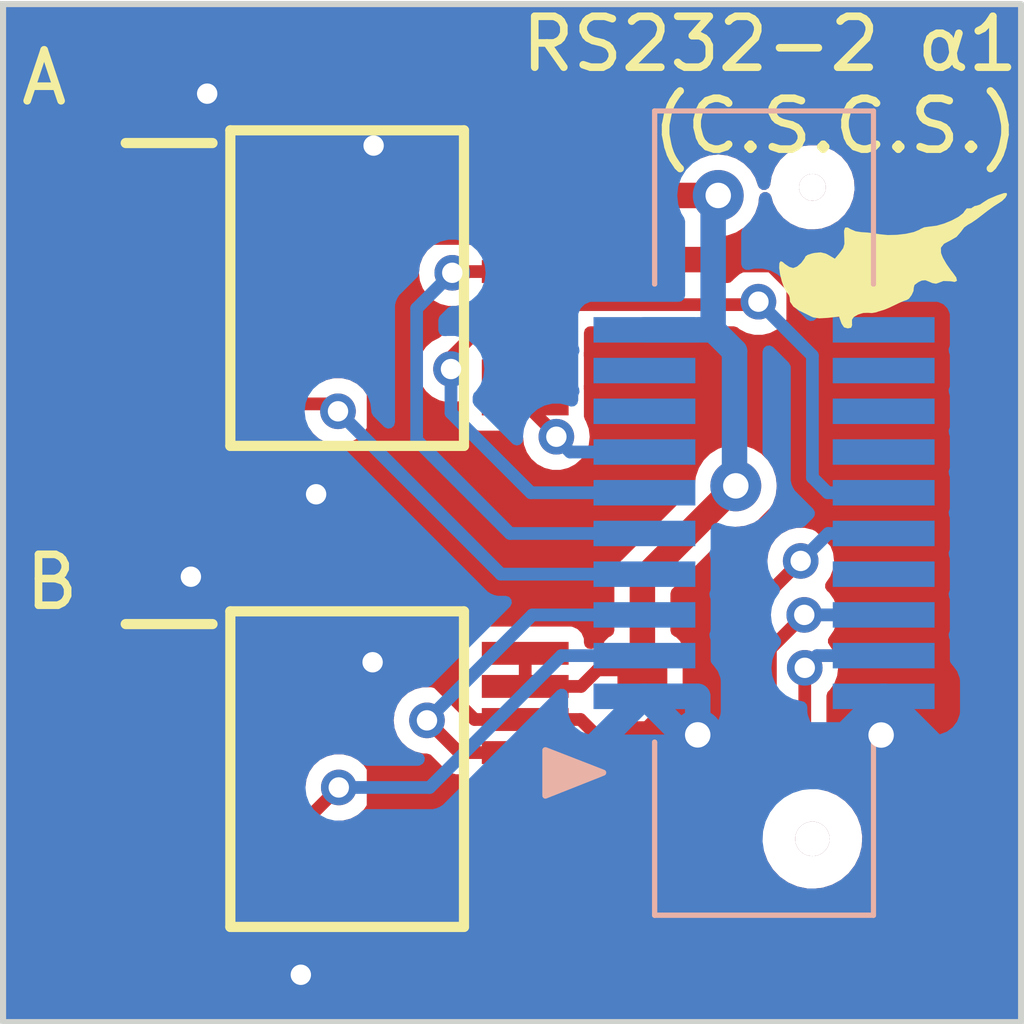
<source format=kicad_pcb>
(kicad_pcb (version 20221018) (generator pcbnew)
  (layers (0 "F.Cu" signal) (31 "B.Cu" signal) (34 "B.Paste" user) (35 "F.Paste" user) (36 "B.SilkS" user "B.Silkscreen") (37 "F.SilkS" user "F.Silkscreen") (38 "B.Mask" user) (39 "F.Mask" user) (44 "Edge.Cuts" user))
  (net 0 "")
  (net 8 "GND")
  (net 9 "/UART_A_TTL_TX")
  (net 10 "/UART_A_TTL_RX")
  (net 11 "/VCC3")
  (net 12 "/UART_B_TTL_TX")
  (net 13 "/UART_B_TTL_RX")
  (net 14 "Net-(IC1-C1+)")
  (net 15 "Net-(IC1-C1-)")
  (net 16 "Net-(IC1-C2+)")
  (net 17 "Net-(IC1-C2-)")
  (net 18 "Net-(IC1-V+)")
  (net 19 "Net-(IC1-V-)")
  (net 20 "Net-(IC2-C1+)")
  (net 21 "Net-(IC2-C1-)")
  (net 22 "Net-(IC2-V+)")
  (net 23 "Net-(IC2-C2+)")
  (net 24 "Net-(IC2-C2-)")
  (net 25 "Net-(IC2-V-)")
  (net 26 "/RS232_B_RX")
  (net 27 "/RS232_B_TX")
  (net 28 "/RS232_A_RX")
  (net 29 "/RS232_A_TX")
  (net 30 "/UART_A_FORCEON")
  (net 31 "/UART_B_FORCEON")
  (footprint "SamacSys_Parts:CAPC1608X95N" (layer "F.Cu") (at 108.34 97.86 180)
    (fp_text reference "C9" hide)
    (fp_text value "C0603C104K5RAC3121" hide)
    (pad "1" smd rect (at -0.7 0 180) (size 0.78 0.98) (layers "F.Cu" "F.Paste" "F.Mask") (net 8 "GND"))
    (pad "2" smd rect (at 0.7 0 180) (size 0.78 0.98) (layers "F.Cu" "F.Paste" "F.Mask") (net 25 "Net-(IC2-V-)"))
  )
  (footprint "SamacSys_Parts:CAPC1608X95N" (layer "F.Cu") (at 105.83 82.54 90)
    (fp_text reference "C1" hide)
    (fp_text value "C0603C104K5RAC3121" hide)
    (pad "1" smd rect (at -0.7 0 90) (size 0.78 0.98) (layers "F.Cu" "F.Paste" "F.Mask") (net 15 "Net-(IC1-C1-)"))
    (pad "2" smd rect (at 0.7 0 90) (size 0.78 0.98) (layers "F.Cu" "F.Paste" "F.Mask") (net 14 "Net-(IC1-C1+)"))
  )
  (footprint "SamacSys_Parts:CAPC1608X95N" (layer "F.Cu") (at 111.51 89.75 180)
    (fp_text reference "C7" hide)
    (fp_text value "C0603C104K5RAC3121" hide)
    (pad "1" smd rect (at -0.7 0 180) (size 0.78 0.98) (layers "F.Cu" "F.Paste" "F.Mask") (net 8 "GND"))
    (pad "2" smd rect (at 0.7 0 180) (size 0.78 0.98) (layers "F.Cu" "F.Paste" "F.Mask") (net 22 "Net-(IC2-V+)"))
  )
  (footprint "SamacSys_Parts:CAPC1608X95N" (layer "F.Cu") (at 117.5 92.56 90)
    (fp_text reference "C5" hide)
    (fp_text value "C0603C104K5RAC3121" hide)
    (pad "1" smd rect (at -0.7 0 90) (size 0.78 0.98) (layers "F.Cu" "F.Paste" "F.Mask") (net 8 "GND"))
    (pad "2" smd rect (at 0.7 0 90) (size 0.78 0.98) (layers "F.Cu" "F.Paste" "F.Mask") (net 11 "/VCC3"))
  )
  (footprint "SamacSys_Parts:CAPC1608X95N" (layer "F.Cu") (at 108.34 88.42 180)
    (fp_text reference "C4" hide)
    (fp_text value "C0603C104K5RAC3121" hide)
    (pad "1" smd rect (at -0.7 0 180) (size 0.78 0.98) (layers "F.Cu" "F.Paste" "F.Mask") (net 8 "GND"))
    (pad "2" smd rect (at 0.7 0 180) (size 0.78 0.98) (layers "F.Cu" "F.Paste" "F.Mask") (net 19 "Net-(IC1-V-)"))
  )
  (footprint "LOGO" (layer "F.Cu") (at 122.29 83.78)
    (fp_text reference "G***" hide)
    (fp_text value "LOGO" hide)
    (fp_poly (pts (xy 2.373641 -1.25332) (xy 2.342544 -1.196766) (xy 2.279721 -1.133868) (xy 2.220315 -1.093932) (xy 2.120051 -1.030433) (xy 1.993567 -0.940068) (xy 1.887705 -0.857909) (xy 1.773981 -0.770632) (xy 1.671585 -0.700684) (xy 1.606116 -0.66483) (xy 1.530948 -0.610315) (xy 1.467872 -0.525313) (xy 1.382157 -0.426473) (xy 1.264019 -0.357905) (xy 1.135218 -0.290681) (xy 1.074882 -0.212398) (xy 1.077337 -0.11017) (xy 1.113772 -0.016643) (xy 1.184765 0.107018) (xy 1.275058 0.234652) (xy 1.300581 0.265823) (xy 1.375563 0.369894) (xy 1.390812 0.435282) (xy 1.346847 0.459454) (xy 1.26363 0.445796) (xy 1.124534 0.440656) (xy 1.060821 0.464541) (xy 0.980069 0.494157) (xy 0.90382 0.481247) (xy 0.855214 0.459127) (xy 0.769204 0.425206) (xy 0.698437 0.432157) (xy 0.633377 0.461946) (xy 0.556168 0.519088) (xy 0.541758 0.572042) (xy 0.536694 0.636055) (xy 0.499055 0.718343) (xy 0.446628 0.78838) (xy 0.399734 0.815767) (xy 0.348481 0.831359) (xy 0.255167 0.871533) (xy 0.176475 0.90947) (xy 0.06221 0.963766) (xy -0.031819 1.003042) (xy -0.069932 1.01514) (xy -0.156832 1.040488) (xy -0.19529 1.055422) (xy -0.281961 1.070641) (xy -0.356214 1.065498) (xy -0.449548 1.068234) (xy -0.551666 1.099161) (xy -0.634943 1.146627) (xy -0.671715 1.198556) (xy -0.67192 1.272698) (xy -0.669384 1.307081) (xy -0.688056 1.358469) (xy -0.754188 1.371971) (xy -0.829068 1.351309) (xy -0.87798 1.27755) (xy -0.88605 1.255912) (xy -0.926508 1.139854) (xy -1.149602 1.165094) (xy -1.315325 1.174208) (xy -1.432488 1.155827) (xy -1.474304 1.138462) (xy -1.57706 1.087002) (xy -1.696782 1.028331) (xy -1.714185 1.019919) (xy -1.824771 0.943148) (xy -1.889453 0.849754) (xy -1.896749 0.764338) (xy -1.912751 0.716002) (xy -1.959832 0.653097) (xy -2.006998 0.572208) (xy -2.051029 0.448656) (xy -2.08542 0.309356) (xy -2.103665 0.181223) (xy -2.09926 0.091169) (xy -2.097167 0.084883) (xy -2.074124 0.050854) (xy -2.035448 0.065584) (xy -1.989708 0.105687) (xy -1.90448 0.163091) (xy -1.826506 0.185402) (xy -1.752004 0.156323) (xy -1.669188 0.085054) (xy -1.603289 -0.004456) (xy -1.586487 -0.042438) (xy -1.54524 -0.072072) (xy -1.456544 -0.101189) (xy -1.412331 -0.110641) (xy -1.286895 -0.122684) (xy -1.187828 -0.09894) (xy -1.130387 -0.068916) (xy -1.009692 0.002296) (xy -0.90874 -0.117678) (xy -0.845986 -0.20498) (xy -0.821145 -0.288904) (xy -0.823987 -0.405957) (xy -0.824981 -0.416578) (xy -0.829233 -0.545566) (xy -0.807783 -0.608763) (xy -0.756483 -0.61134) (xy -0.69634 -0.576892) (xy -0.601908 -0.536896) (xy -0.486213 -0.519173) (xy -0.480603 -0.519124) (xy -0.368329 -0.512082) (xy -0.222845 -0.493996) (xy -0.127321 -0.478148) (xy 0.031039 -0.462762) (xy 0.210653 -0.466936) (xy 0.389134 -0.487793) (xy 0.544096 -0.522457) (xy 0.653152 -0.568054) (xy 0.670365 -0.580607) (xy 0.7463 -0.614662) (xy 0.851857 -0.630261) (xy 0.860508 -0.630365) (xy 0.990445 -0.646789) (xy 1.140249 -0.690143) (xy 1.29025 -0.751546) (xy 1.420779 -0.822116) (xy 1.512167 -0.892974) (xy 1.542396 -0.938236) (xy 1.582102 -0.986371) (xy 1.615155 -0.986929) (xy 1.673355 -0.989244) (xy 1.688154 -1.002787) (xy 1.740341 -1.034367) (xy 1.769853 -1.038248) (xy 1.842471 -1.061805) (xy 1.899027 -1.101046) (xy 2.004025 -1.168128) (xy 2.172508 -1.239844) (xy 2.311988 -1.28701) (xy 2.365846 -1.288434)) (fill solid) (layer "F.SilkS"))
  )
  (footprint "SamacSys_Parts:CAPC1608X95N" (layer "F.Cu") (at 111.51 80.28 180)
    (fp_text reference "C3" hide)
    (fp_text value "C0603C104K5RAC3121" hide)
    (pad "1" smd rect (at -0.7 0 180) (size 0.78 0.98) (layers "F.Cu" "F.Paste" "F.Mask") (net 8 "GND"))
    (pad "2" smd rect (at 0.7 0 180) (size 0.78 0.98) (layers "F.Cu" "F.Paste" "F.Mask") (net 18 "Net-(IC1-V+)"))
  )
  (footprint "SamacSys_Parts:CAPC1608X95N" (layer "F.Cu") (at 117.67 83.1 90)
    (fp_text reference "C10" hide)
    (fp_text value "C0603C104K5RAC3121" hide)
    (pad "1" smd rect (at -0.7 0 90) (size 0.78 0.98) (layers "F.Cu" "F.Paste" "F.Mask") (net 8 "GND"))
    (pad "2" smd rect (at 0.7 0 90) (size 0.78 0.98) (layers "F.Cu" "F.Paste" "F.Mask") (net 11 "/VCC3"))
  )
  (footprint "SamacSys_Parts:SOP65P778X199-16N" (layer "F.Cu") (at 111.7 93.81)
    (fp_text reference "IC2" hide)
    (fp_text value "MAX3221EAE+" hide)
    (fp_line (start -4.35 -2.85) (end -2.645 -2.85) (stroke (width 0.2)) (layer "F.SilkS"))
    (fp_line (start -2.295 -3.1) (end 2.295 -3.1) (stroke (width 0.2)) (layer "F.SilkS"))
    (fp_line (start -2.295 3.1) (end -2.295 -3.1) (stroke (width 0.2)) (layer "F.SilkS"))
    (fp_line (start 2.295 -3.1) (end 2.295 3.1) (stroke (width 0.2)) (layer "F.SilkS"))
    (fp_line (start 2.295 3.1) (end -2.295 3.1) (stroke (width 0.2)) (layer "F.SilkS"))
    (pad "1" smd rect (at -3.498 -2.275 90) (size 0.45 1.705) (layers "F.Cu" "F.Paste" "F.Mask") (net 8 "GND"))
    (pad "2" smd rect (at -3.498 -1.625 90) (size 0.45 1.705) (layers "F.Cu" "F.Paste" "F.Mask") (net 20 "Net-(IC2-C1+)"))
    (pad "3" smd rect (at -3.498 -0.975 90) (size 0.45 1.705) (layers "F.Cu" "F.Paste" "F.Mask") (net 22 "Net-(IC2-V+)"))
    (pad "4" smd rect (at -3.498 -0.325 90) (size 0.45 1.705) (layers "F.Cu" "F.Paste" "F.Mask") (net 21 "Net-(IC2-C1-)"))
    (pad "5" smd rect (at -3.498 0.325 90) (size 0.45 1.705) (layers "F.Cu" "F.Paste" "F.Mask") (net 23 "Net-(IC2-C2+)"))
    (pad "6" smd rect (at -3.498 0.975 90) (size 0.45 1.705) (layers "F.Cu" "F.Paste" "F.Mask") (net 24 "Net-(IC2-C2-)"))
    (pad "7" smd rect (at -3.498 1.625 90) (size 0.45 1.705) (layers "F.Cu" "F.Paste" "F.Mask") (net 25 "Net-(IC2-V-)"))
    (pad "8" smd rect (at -3.498 2.275 90) (size 0.45 1.705) (layers "F.Cu" "F.Paste" "F.Mask") (net 26 "/RS232_B_RX"))
    (pad "9" smd rect (at 3.498 2.275 90) (size 0.45 1.705) (layers "F.Cu" "F.Paste" "F.Mask") (net 13 "/UART_B_TTL_RX"))
    (pad "10" smd rect (at 3.498 1.625 90) (size 0.45 1.705) (layers "F.Cu" "F.Paste" "F.Mask"))
    (pad "11" smd rect (at 3.498 0.975 90) (size 0.45 1.705) (layers "F.Cu" "F.Paste" "F.Mask") (net 12 "/UART_B_TTL_TX"))
    (pad "12" smd rect (at 3.498 0.325 90) (size 0.45 1.705) (layers "F.Cu" "F.Paste" "F.Mask") (net 31 "/UART_B_FORCEON"))
    (pad "13" smd rect (at 3.498 -0.325 90) (size 0.45 1.705) (layers "F.Cu" "F.Paste" "F.Mask") (net 27 "/RS232_B_TX"))
    (pad "14" smd rect (at 3.498 -0.975 90) (size 0.45 1.705) (layers "F.Cu" "F.Paste" "F.Mask") (net 8 "GND"))
    (pad "15" smd rect (at 3.498 -1.625 90) (size 0.45 1.705) (layers "F.Cu" "F.Paste" "F.Mask") (net 11 "/VCC3"))
    (pad "16" smd rect (at 3.498 -2.275 90) (size 0.45 1.705) (layers "F.Cu" "F.Paste" "F.Mask") (net 11 "/VCC3"))
  )
  (footprint "SamacSys_Parts:CAPC1608X95N" (layer "F.Cu") (at 105.83 92.09 90)
    (fp_text reference "C6" hide)
    (fp_text value "C0603C104K5RAC3121" hide)
    (pad "1" smd rect (at -0.7 0 90) (size 0.78 0.98) (layers "F.Cu" "F.Paste" "F.Mask") (net 21 "Net-(IC2-C1-)"))
    (pad "2" smd rect (at 0.7 0 90) (size 0.78 0.98) (layers "F.Cu" "F.Paste" "F.Mask") (net 20 "Net-(IC2-C1+)"))
  )
  (footprint "SamacSys_Parts:CAPC1608X95N" (layer "F.Cu") (at 105.83 85.12 90)
    (fp_text reference "C2" hide)
    (fp_text value "C0603C104K5RAC3121" hide)
    (pad "1" smd rect (at -0.7 0 90) (size 0.78 0.98) (layers "F.Cu" "F.Paste" "F.Mask") (net 17 "Net-(IC1-C2-)"))
    (pad "2" smd rect (at 0.7 0 90) (size 0.78 0.98) (layers "F.Cu" "F.Paste" "F.Mask") (net 16 "Net-(IC1-C2+)"))
  )
  (footprint "SamacSys_Parts:CAPC1608X95N" (layer "F.Cu") (at 105.83 94.57 90)
    (fp_text reference "C8" hide)
    (fp_text value "C0603C104K5RAC3121" hide)
    (pad "1" smd rect (at -0.7 0 90) (size 0.78 0.98) (layers "F.Cu" "F.Paste" "F.Mask") (net 24 "Net-(IC2-C2-)"))
    (pad "2" smd rect (at 0.7 0 90) (size 0.78 0.98) (layers "F.Cu" "F.Paste" "F.Mask") (net 23 "Net-(IC2-C2+)"))
  )
  (footprint "SamacSys_Parts:SOP65P778X199-16N" (layer "F.Cu") (at 111.7 84.36)
    (fp_text reference "IC1" hide)
    (fp_text value "MAX3221EAE+" hide)
    (fp_line (start -4.35 -2.85) (end -2.645 -2.85) (stroke (width 0.2)) (layer "F.SilkS"))
    (fp_line (start -2.295 -3.1) (end 2.295 -3.1) (stroke (width 0.2)) (layer "F.SilkS"))
    (fp_line (start -2.295 3.1) (end -2.295 -3.1) (stroke (width 0.2)) (layer "F.SilkS"))
    (fp_line (start 2.295 -3.1) (end 2.295 3.1) (stroke (width 0.2)) (layer "F.SilkS"))
    (fp_line (start 2.295 3.1) (end -2.295 3.1) (stroke (width 0.2)) (layer "F.SilkS"))
    (pad "1" smd rect (at -3.498 -2.275 90) (size 0.45 1.705) (layers "F.Cu" "F.Paste" "F.Mask") (net 8 "GND"))
    (pad "2" smd rect (at -3.498 -1.625 90) (size 0.45 1.705) (layers "F.Cu" "F.Paste" "F.Mask") (net 14 "Net-(IC1-C1+)"))
    (pad "3" smd rect (at -3.498 -0.975 90) (size 0.45 1.705) (layers "F.Cu" "F.Paste" "F.Mask") (net 18 "Net-(IC1-V+)"))
    (pad "4" smd rect (at -3.498 -0.325 90) (size 0.45 1.705) (layers "F.Cu" "F.Paste" "F.Mask") (net 15 "Net-(IC1-C1-)"))
    (pad "5" smd rect (at -3.498 0.325 90) (size 0.45 1.705) (layers "F.Cu" "F.Paste" "F.Mask") (net 16 "Net-(IC1-C2+)"))
    (pad "6" smd rect (at -3.498 0.975 90) (size 0.45 1.705) (layers "F.Cu" "F.Paste" "F.Mask") (net 17 "Net-(IC1-C2-)"))
    (pad "7" smd rect (at -3.498 1.625 90) (size 0.45 1.705) (layers "F.Cu" "F.Paste" "F.Mask") (net 19 "Net-(IC1-V-)"))
    (pad "8" smd rect (at -3.498 2.275 90) (size 0.45 1.705) (layers "F.Cu" "F.Paste" "F.Mask") (net 28 "/RS232_A_RX"))
    (pad "9" smd rect (at 3.498 2.275 90) (size 0.45 1.705) (layers "F.Cu" "F.Paste" "F.Mask") (net 10 "/UART_A_TTL_RX"))
    (pad "10" smd rect (at 3.498 1.625 90) (size 0.45 1.705) (layers "F.Cu" "F.Paste" "F.Mask"))
    (pad "11" smd rect (at 3.498 0.975 90) (size 0.45 1.705) (layers "F.Cu" "F.Paste" "F.Mask") (net 9 "/UART_A_TTL_TX"))
    (pad "12" smd rect (at 3.498 0.325 90) (size 0.45 1.705) (layers "F.Cu" "F.Paste" "F.Mask") (net 30 "/UART_A_FORCEON"))
    (pad "13" smd rect (at 3.498 -0.325 90) (size 0.45 1.705) (layers "F.Cu" "F.Paste" "F.Mask") (net 29 "/RS232_A_TX"))
    (pad "14" smd rect (at 3.498 -0.975 90) (size 0.45 1.705) (layers "F.Cu" "F.Paste" "F.Mask") (net 8 "GND"))
    (pad "15" smd rect (at 3.498 -1.625 90) (size 0.45 1.705) (layers "F.Cu" "F.Paste" "F.Mask") (net 11 "/VCC3"))
    (pad "16" smd rect (at 3.498 -2.275 90) (size 0.45 1.705) (layers "F.Cu" "F.Paste" "F.Mask") (net 11 "/VCC3"))
  )
  (footprint "USIB2:IF_2020_20_MODULE_FX6" (layer "B.Cu") (at 114.94 88.78 -90)
    (fp_text reference "H1" hide)
    (fp_text value "IF_2020_20_MODULE_FX6" hide)
    (fp_line (start -7.9 -7.1) (end -7.9 -7.1) (stroke (width 0.1)) (layer "B.SilkS"))
    (fp_line (start -7.9 -7.1) (end -7.9 -7.1) (stroke (width 0.1)) (layer "B.SilkS"))
    (fp_line (start -7.9 -7.1) (end -7.9 -2.8) (stroke (width 0.1)) (layer "B.SilkS"))
    (fp_line (start -7.9 -7.1) (end -4.5 -7.1) (stroke (width 0.1)) (layer "B.SilkS"))
    (fp_line (start -7.9 -2.8) (end -7.9 -7.1) (stroke (width 0.1)) (layer "B.SilkS"))
    (fp_line (start -7.9 -2.8) (end -7.9 -2.8) (stroke (width 0.1)) (layer "B.SilkS"))
    (fp_line (start -7.9 -2.8) (end -7.9 -2.8) (stroke (width 0.1)) (layer "B.SilkS"))
    (fp_line (start -7.9 -2.8) (end -4.5 -2.8) (stroke (width 0.1)) (layer "B.SilkS"))
    (fp_line (start -4.5 -7.1) (end -7.9 -7.1) (stroke (width 0.1)) (layer "B.SilkS"))
    (fp_line (start -4.5 -7.1) (end -4.5 -7.1) (stroke (width 0.1)) (layer "B.SilkS"))
    (fp_line (start -4.5 -2.8) (end -7.9 -2.8) (stroke (width 0.1)) (layer "B.SilkS"))
    (fp_line (start -4.5 -2.8) (end -4.5 -2.8) (stroke (width 0.1)) (layer "B.SilkS"))
    (fp_line (start 4.5 -7.1) (end 4.5 -7.1) (stroke (width 0.1)) (layer "B.SilkS"))
    (fp_line (start 4.5 -7.1) (end 7.9 -7.1) (stroke (width 0.1)) (layer "B.SilkS"))
    (fp_line (start 4.5 -2.8) (end 4.5 -2.8) (stroke (width 0.1)) (layer "B.SilkS"))
    (fp_line (start 4.5 -2.8) (end 7.9 -2.8) (stroke (width 0.1)) (layer "B.SilkS"))
    (fp_line (start 7.9 -7.1) (end 4.5 -7.1) (stroke (width 0.1)) (layer "B.SilkS"))
    (fp_line (start 7.9 -7.1) (end 7.9 -7.1) (stroke (width 0.1)) (layer "B.SilkS"))
    (fp_line (start 7.9 -7.1) (end 7.9 -7.1) (stroke (width 0.1)) (layer "B.SilkS"))
    (fp_line (start 7.9 -7.1) (end 7.9 -2.8) (stroke (width 0.1)) (layer "B.SilkS"))
    (fp_line (start 7.9 -2.8) (end 4.5 -2.8) (stroke (width 0.1)) (layer "B.SilkS"))
    (fp_line (start 7.9 -2.8) (end 7.9 -7.1) (stroke (width 0.1)) (layer "B.SilkS"))
    (fp_line (start 7.9 -2.8) (end 7.9 -2.8) (stroke (width 0.1)) (layer "B.SilkS"))
    (fp_line (start 7.9 -2.8) (end 7.9 -2.8) (stroke (width 0.1)) (layer "B.SilkS"))
    (fp_poly (pts (xy 4.658029 -0.654) (xy 5.55 -0.654) (xy 5.1 -1.79)) (stroke (width 0.12)) (fill solid) (layer "B.SilkS"))
    (fp_rect (start -10 10) (end 10 -10) (stroke (width 0.12)) (fill none) (layer "Edge.Cuts"))
    (pad "1" smd rect (at 3.6 -2.6 270) (size 0.5 2) (layers "B.Cu" "B.Paste" "B.Mask") (net 8 "GND"))
    (pad "2" smd rect (at 2.8 -2.6 270) (size 0.5 2) (layers "B.Cu" "B.Paste" "B.Mask") (net 26 "/RS232_B_RX"))
    (pad "3" smd rect (at 2 -2.6 270) (size 0.5 2) (layers "B.Cu" "B.Paste" "B.Mask") (net 27 "/RS232_B_TX"))
    (pad "4" smd rect (at 1.2 -2.6 270) (size 0.5 2) (layers "B.Cu" "B.Paste" "B.Mask") (net 28 "/RS232_A_RX"))
    (pad "5" smd rect (at 0.4 -2.6 270) (size 0.5 2) (layers "B.Cu" "B.Paste" "B.Mask") (net 29 "/RS232_A_TX"))
    (pad "6" smd rect (at -0.4 -2.6 270) (size 0.5 2) (layers "B.Cu" "B.Paste" "B.Mask") (net 9 "/UART_A_TTL_TX"))
    (pad "7" smd rect (at -1.2 -2.6 270) (size 0.5 2) (layers "B.Cu" "B.Paste" "B.Mask") (net 10 "/UART_A_TTL_RX"))
    (pad "8" smd rect (at -2 -2.6 270) (size 0.5 2) (layers "B.Cu" "B.Paste" "B.Mask"))
    (pad "9" smd rect (at -2.8 -2.6 270) (size 0.5 2) (layers "B.Cu" "B.Paste" "B.Mask"))
    (pad "10" smd rect (at -3.6 -2.6 270) (size 0.5 2) (layers "B.Cu" "B.Paste" "B.Mask") (net 11 "/VCC3"))
    (pad "11" smd rect (at -3.6 -7.3 270) (size 0.5 2) (layers "B.Cu" "B.Paste" "B.Mask"))
    (pad "12" smd rect (at -2.8 -7.3 270) (size 0.5 2) (layers "B.Cu" "B.Paste" "B.Mask"))
    (pad "13" smd rect (at -2 -7.3 270) (size 0.5 2) (layers "B.Cu" "B.Paste" "B.Mask"))
    (pad "14" smd rect (at -1.2 -7.3 270) (size 0.5 2) (layers "B.Cu" "B.Paste" "B.Mask"))
    (pad "15" smd rect (at -0.4 -7.3 270) (size 0.5 2) (layers "B.Cu" "B.Paste" "B.Mask") (net 30 "/UART_A_FORCEON"))
    (pad "16" smd rect (at 0.4 -7.3 270) (size 0.5 2) (layers "B.Cu" "B.Paste" "B.Mask") (net 31 "/UART_B_FORCEON"))
    (pad "17" smd rect (at 1.2 -7.3 270) (size 0.5 2) (layers "B.Cu" "B.Paste" "B.Mask"))
    (pad "18" smd rect (at 2 -7.3 270) (size 0.5 2) (layers "B.Cu" "B.Paste" "B.Mask") (net 12 "/UART_B_TTL_TX"))
    (pad "19" smd rect (at 2.8 -7.3 270) (size 0.5 2) (layers "B.Cu" "B.Paste" "B.Mask") (net 13 "/UART_B_TTL_RX"))
    (pad "20" smd rect (at 3.6 -7.3 270) (size 0.5 2) (layers "B.Cu" "B.Paste" "B.Mask") (net 8 "GND"))
    (pad "MH1" thru_hole circle (at 6.4 -5.9 180) (size 0.675 0.675) (drill 1.35) (layers "*.Cu" "*.Mask" "B.SilkS"))
    (pad "MH2" thru_hole circle (at -6.4 -5.9 180) (size 0.525 0.525) (drill 1.05) (layers "*.Cu" "*.Mask" "B.SilkS"))
  )
  (gr_text "A" (at 105.22 80.81) (layer "F.SilkS") (effects (font (size 1 1)) (justify left bottom)))
  (gr_text "B" (at 105.3 90.72) (layer "F.SilkS") (effects (font (size 1 1)) (justify left bottom)))
  (gr_text "RS232-2 α1\n(C.S.C.S.)" (at 124.96 81.76) (layer "F.SilkS") (effects (font (size 1 1)) (justify right bottom)))
  (segment (start 110.79 97.85) (end 110.8 97.86) (width 0.25) (layer "F.Cu") (net 8))
  (segment (start 111.09 88.41) (end 109.05 88.42) (width 0.25) (layer "F.Cu") (net 8))
  (segment (start 118.46398 93.26) (end 117.5 93.26) (width 0.5) (layer "F.Cu") (net 8))
  (segment (start 116.425 83.385) (end 115.898 83.385) (width 0.25) (layer "F.Cu") (net 8))
  (segment (start 118.58699 93.13699) (end 118.58699 90.45301) (width 0.5) (layer "F.Cu") (net 8))
  (segment (start 112.21 83.4) (end 112.21 87.305) (width 0.25) (layer "F.Cu") (net 8))
  (segment (start 110.78 97.86) (end 110.79 97.85) (width 0.25) (layer "F.Cu") (net 8))
  (segment (start 112.21 87.305) (end 111.095 88.42) (width 0.25) (layer "F.Cu") (net 8))
  (segment (start 112.21 83.57) (end 112.23 83.59) (width 0.25) (layer "F.Cu") (net 8))
  (segment (start 110.83 97.86) (end 112.21 96.48) (width 0.25) (layer "F.Cu") (net 8))
  (segment (start 108.95 80.55) (end 108.2 81.3) (width 0.25) (layer "F.Cu") (net 8))
  (segment (start 115.198 92.835) (end 114.205 92.835) (width 0.25) (layer "F.Cu") (net 8))
  (segment (start 120.5795 84.295552) (end 120.083948 83.8) (width 0.5) (layer "F.Cu") (net 8))
  (segment (start 118.58699 93.13699) (end 118.46398 93.26) (width 0.5) (layer "F.Cu") (net 8))
  (segment (start 112.21 79.89) (end 111.73 79.41) (width 0.25) (layer "F.Cu") (net 8))
  (segment (start 108.2 81.3) (end 108.2 82.083) (width 0.25) (layer "F.Cu") (net 8))
  (segment (start 112.21 91.72) (end 112.2 91.71) (width 0.25) (layer "F.Cu") (net 8))
  (segment (start 117.5 93.26) (end 116.71 93.26) (width 0.25) (layer "F.Cu") (net 8))
  (segment (start 108.202 90.508) (end 108.63 90.08) (width 0.25) (layer "F.Cu") (net 8))
  (segment (start 108.96 80.54) (end 108.95 80.54) (width 0.25) (layer "F.Cu") (net 8))
  (segment (start 120.5795 88.4605) (end 120.5795 84.295552) (width 0.5) (layer "F.Cu") (net 8))
  (segment (start 116.84 83.8) (end 116.425 83.385) (width 0.25) (layer "F.Cu") (net 8))
  (segment (start 108.63 90.08) (end 108.63 90.03) (width 0.25) (layer "F.Cu") (net 8))
  (segment (start 115.198 83.385) (end 112.435 83.385) (width 0.25) (layer "F.Cu") (net 8))
  (segment (start 109.04 89.67) (end 109.04 88.42) (width 0.25) (layer "F.Cu") (net 8))
  (segment (start 108.68 90.03) (end 109.04 89.67) (width 0.25) (layer "F.Cu") (net 8))
  (segment (start 108.2 82.083) (end 108.202 82.085) (width 0.25) (layer "F.Cu") (net 8))
  (segment (start 109.04 97.86) (end 110.78 97.86) (width 0.25) (layer "F.Cu") (net 8))
  (segment (start 114.205 92.835) (end 112.21 90.84) (width 0.25) (layer "F.Cu") (net 8))
  (segment (start 112.21 90.84) (end 112.21 89.75) (width 0.25) (layer "F.Cu") (net 8))
  (segment (start 112.21 89.75) (end 112.21 87.305) (width 0.25) (layer "F.Cu") (net 8))
  (segment (start 108.95 80.54) (end 108.95 80.55) (width 0.25) (layer "F.Cu") (net 8))
  (segment (start 122.19 90.071) (end 120.5795 88.4605) (width 0.5) (layer "F.Cu") (net 8))
  (segment (start 118.58699 90.45301) (end 120.5795 88.4605) (width 0.5) (layer "F.Cu") (net 8))
  (segment (start 112.21 80.28) (end 112.21 81.55) (width 0.25) (layer "F.Cu") (net 8))
  (segment (start 112.21 81.55) (end 112.22 81.56) (width 0.25) (layer "F.Cu") (net 8))
  (segment (start 112.2 91.71) (end 112.21 91.7) (width 0.25) (layer "F.Cu") (net 8))
  (segment (start 117.67 83.8) (end 116.84 83.8) (width 0.25) (layer "F.Cu") (net 8))
  (segment (start 112.21 81.57) (end 112.21 83.57) (width 0.25) (layer "F.Cu") (net 8))
  (segment (start 112.22 81.56) (end 112.21 81.57) (width 0.25) (layer "F.Cu") (net 8))
  (segment (start 110.8 97.86) (end 110.83 97.86) (width 0.25) (layer "F.Cu") (net 8))
  (segment (start 108.63 90.03) (end 108.68 90.03) (width 0.25) (layer "F.Cu") (net 8))
  (segment (start 122.19 93.14) (end 122.19 90.071) (width 0.5) (layer "F.Cu") (net 8))
  (segment (start 110.09 79.41) (end 108.96 80.54) (width 0.25) (layer "F.Cu") (net 8))
  (segment (start 120.083948 83.8) (end 117.67 83.8) (width 0.5) (layer "F.Cu") (net 8))
  (segment (start 112.435 83.385) (end 112.23 83.59) (width 0.25) (layer "F.Cu") (net 8))
  (segment (start 116.285 92.835) (end 115.198 92.835) (width 0.25) (layer "F.Cu") (net 8))
  (segment (start 112.21 96.48) (end 112.21 91.72) (width 0.25) (layer "F.Cu") (net 8))
  (segment (start 116.71 93.26) (end 116.285 92.835) (width 0.25) (layer "F.Cu") (net 8))
  (segment (start 111.73 79.41) (end 110.09 79.41) (width 0.25) (layer "F.Cu") (net 8))
  (segment (start 112.21 91.7) (end 112.21 90.84) (width 0.25) (layer "F.Cu") (net 8))
  (segment (start 112.21 90.7) (end 112.21 91.06) (width 0.25) (layer "F.Cu") (net 8))
  (segment (start 108.202 91.535) (end 108.202 90.508) (width 0.25) (layer "F.Cu") (net 8))
  (segment (start 112.21 80.28) (end 112.21 79.89) (width 0.25) (layer "F.Cu") (net 8))
  (segment (start 111.095 88.42) (end 111.09 88.41) (width 0.25) (layer "F.Cu") (net 8))
  (via (at 111.09 88.41) (size 0.7) (drill 0.4) (layers "F.Cu" "B.Cu") (net 8))
  (via (at 112.22 81.56) (size 0.7) (drill 0.4) (layers "F.Cu" "B.Cu") (net 8))
  (via (at 112.2 91.71) (size 0.7) (drill 0.4) (layers "F.Cu" "B.Cu") (net 8))
  (via (at 118.58699 93.13699) (size 1) (drill 0.5) (layers "F.Cu" "B.Cu") (net 8))
  (via (at 122.19 93.14) (size 1) (drill 0.5) (layers "F.Cu" "B.Cu") (net 8))
  (via (at 108.95 80.54) (size 0.7) (drill 0.4) (layers "F.Cu" "B.Cu") (net 8))
  (via (at 108.63 90.03) (size 0.7) (drill 0.4) (layers "F.Cu" "B.Cu") (net 8))
  (via (at 110.79 97.85) (size 0.7) (drill 0.4) (layers "F.Cu" "B.Cu") (net 8))
  (segment (start 118.58699 92.38) (end 117.54 92.38) (width 0.5) (layer "B.Cu") (net 8))
  (segment (start 122.24 93.09) (end 122.24 92.38) (width 0.5) (layer "B.Cu") (net 8))
  (segment (start 122.19301 93.13699) (end 122.24 93.09) (width 0.5) (layer "B.Cu") (net 8))
  (segment (start 118.58699 93.13699) (end 122.19301 93.13699) (width 0.5) (layer "B.Cu") (net 8))
  (segment (start 118.58699 93.13699) (end 118.58699 92.38) (width 0.5) (layer "B.Cu") (net 8))
  (segment (start 113.74 85.95) (end 113.74 85.7155) (width 0.25) (layer "F.Cu") (net 9))
  (segment (start 113.74 85.7155) (end 114.1205 85.335) (width 0.25) (layer "F.Cu") (net 9))
  (segment (start 114.1205 85.335) (end 115.198 85.335) (width 0.25) (layer "F.Cu") (net 9))
  (via (at 113.74 85.95) (size 0.7) (drill 0.4) (layers "F.Cu" "B.Cu") (net 9))
  (segment (start 113.74 85.95) (end 113.74 86.81) (width 0.25) (layer "B.Cu") (net 9))
  (segment (start 115.31 88.38) (end 117.54 88.38) (width 0.25) (layer "B.Cu") (net 9))
  (segment (start 113.74 86.81) (end 115.31 88.38) (width 0.25) (layer "B.Cu") (net 9))
  (segment (start 113.74 85.95) (end 113.74 85.89) (width 0.25) (layer "B.Cu") (net 9))
  (segment (start 115.81 87.247) (end 115.198 86.635) (width 0.25) (layer "F.Cu") (net 10))
  (segment (start 115.81 87.28) (end 115.81 87.247) (width 0.25) (layer "F.Cu") (net 10))
  (via (at 115.81 87.28) (size 0.7) (drill 0.4) (layers "F.Cu" "B.Cu") (net 10))
  (segment (start 117.54 87.58) (end 116.08 87.58) (width 0.25) (layer "B.Cu") (net 10))
  (segment (start 116.08 87.58) (end 115.81 87.31) (width 0.25) (layer "B.Cu") (net 10))
  (segment (start 115.81 87.28) (end 115.78 87.28) (width 0.25) (layer "B.Cu") (net 10))
  (segment (start 115.78 87.28) (end 115.81 87.31) (width 0.25) (layer "B.Cu") (net 10))
  (segment (start 115.81 87.31) (end 115.81 87.28) (width 0.25) (layer "B.Cu") (net 10))
  (segment (start 117.5 91.86) (end 117.5 90.08) (width 0.5) (layer "F.Cu") (net 11))
  (segment (start 116.81 82.4) (end 117.67 82.4) (width 0.25) (layer "F.Cu") (net 11))
  (segment (start 115.198 91.535) (end 115.198 92.185) (width 0.25) (layer "F.Cu") (net 11))
  (segment (start 116.62 91.86) (end 116.295 92.185) (width 0.25) (layer "F.Cu") (net 11))
  (segment (start 117.5 91.86) (end 116.62 91.86) (width 0.25) (layer "F.Cu") (net 11))
  (segment (start 117.81 82.54) (end 117.67 82.4) (width 0.5) (layer "F.Cu") (net 11))
  (segment (start 115.198 82.085) (end 115.198 82.735) (width 0.25) (layer "F.Cu") (net 11))
  (segment (start 117.5 90.08) (end 119.335 88.245) (width 0.5) (layer "F.Cu") (net 11))
  (segment (start 115.198 82.735) (end 116.475 82.735) (width 0.25) (layer "F.Cu") (net 11))
  (segment (start 116.295 92.185) (end 115.198 92.185) (width 0.25) (layer "F.Cu") (net 11))
  (segment (start 118.99 82.54) (end 117.81 82.54) (width 0.5) (layer "F.Cu") (net 11))
  (segment (start 115.898 82.085) (end 115.198 82.085) (width 0.25) (layer "F.Cu") (net 11))
  (segment (start 116.475 82.735) (end 116.81 82.4) (width 0.25) (layer "F.Cu") (net 11))
  (via (at 119.335 88.245) (size 1) (drill 0.5) (layers "F.Cu" "B.Cu") (net 11))
  (via (at 118.99 82.54) (size 1) (drill 0.5) (layers "F.Cu" "B.Cu") (net 11))
  (segment (start 118.99 82.54) (end 118.89 82.64) (width 0.5) (layer "B.Cu") (net 11))
  (segment (start 119.335 88.245) (end 119.33 88.24) (width 0.5) (layer "B.Cu") (net 11))
  (segment (start 117.54 85.18) (end 118.61 85.18) (width 0.5) (layer "B.Cu") (net 11))
  (segment (start 119.31 88.22) (end 119.31 85.6) (width 0.5) (layer "B.Cu") (net 11))
  (segment (start 119.33 88.24) (end 119.33 88.21) (width 0.5) (layer "B.Cu") (net 11))
  (segment (start 119.335 88.245) (end 119.31 88.22) (width 0.5) (layer "B.Cu") (net 11))
  (segment (start 118.61 85.18) (end 118.89 85.18) (width 0.5) (layer "B.Cu") (net 11))
  (segment (start 119.31 85.6) (end 118.89 85.18) (width 0.5) (layer "B.Cu") (net 11))
  (segment (start 118.89 82.64) (end 118.89 85.18) (width 0.5) (layer "B.Cu") (net 11))
  (segment (start 120.014894 91.445106) (end 120.014894 93.605106) (width 0.25) (layer "F.Cu") (net 12))
  (segment (start 120.014894 93.605106) (end 118.835 94.785) (width 0.25) (layer "F.Cu") (net 12))
  (segment (start 120.68 90.78) (end 120.014894 91.445106) (width 0.25) (layer "F.Cu") (net 12))
  (segment (start 118.835 94.785) (end 115.198 94.785) (width 0.25) (layer "F.Cu") (net 12))
  (via (at 120.68 90.78) (size 0.7) (drill 0.4) (layers "F.Cu" "B.Cu") (net 12))
  (segment (start 120.68 90.78) (end 122.24 90.78) (width 0.25) (layer "B.Cu") (net 12))
  (segment (start 120.689894 93.740106) (end 118.345 96.085) (width 0.25) (layer "F.Cu") (net 13))
  (segment (start 120.689894 91.82) (end 120.689894 93.740106) (width 0.25) (layer "F.Cu") (net 13))
  (segment (start 118.345 96.085) (end 115.198 96.085) (width 0.25) (layer "F.Cu") (net 13))
  (via (at 120.689894 91.82) (size 0.7) (drill 0.4) (layers "F.Cu" "B.Cu") (net 13))
  (segment (start 120.689894 91.82) (end 120.929894 91.58) (width 0.25) (layer "B.Cu") (net 13))
  (segment (start 120.929894 91.58) (end 122.24 91.58) (width 0.25) (layer "B.Cu") (net 13))
  (segment (start 106.14 81.84) (end 105.83 81.84) (width 0.25) (layer "F.Cu") (net 14))
  (segment (start 108.202 82.735) (end 107.035 82.735) (width 0.25) (layer "F.Cu") (net 14))
  (segment (start 107.035 82.735) (end 106.14 81.84) (width 0.25) (layer "F.Cu") (net 14))
  (segment (start 108.202 84.035) (end 107.085 84.035) (width 0.25) (layer "F.Cu") (net 15))
  (segment (start 106.29 83.24) (end 105.83 83.24) (width 0.25) (layer "F.Cu") (net 15))
  (segment (start 107.085 84.035) (end 106.29 83.24) (width 0.25) (layer "F.Cu") (net 15))
  (segment (start 106.095 84.685) (end 105.83 84.42) (width 0.25) (layer "F.Cu") (net 16))
  (segment (start 108.202 84.685) (end 106.095 84.685) (width 0.25) (layer "F.Cu") (net 16))
  (segment (start 108.202 85.335) (end 106.975 85.335) (width 0.25) (layer "F.Cu") (net 17))
  (segment (start 106.49 85.82) (end 105.83 85.82) (width 0.25) (layer "F.Cu") (net 17))
  (segment (start 106.975 85.335) (end 106.49 85.82) (width 0.25) (layer "F.Cu") (net 17))
  (segment (start 108.202 83.385) (end 109.925 83.385) (width 0.25) (layer "F.Cu") (net 18))
  (segment (start 109.925 83.385) (end 110.81 82.5) (width 0.25) (layer "F.Cu") (net 18))
  (segment (start 110.81 82.5) (end 110.81 80.28) (width 0.25) (layer "F.Cu") (net 18))
  (segment (start 108.202 85.985) (end 107.0995 85.985) (width 0.25) (layer "F.Cu") (net 19))
  (segment (start 107.2 88.42) (end 107.64 88.42) (width 0.25) (layer "F.Cu") (net 19))
  (segment (start 106.9 86.1845) (end 106.9 88.12) (width 0.25) (layer "F.Cu") (net 19))
  (segment (start 107.0995 85.985) (end 106.9 86.1845) (width 0.25) (layer "F.Cu") (net 19))
  (segment (start 106.9 88.12) (end 107.2 88.42) (width 0.25) (layer "F.Cu") (net 19))
  (segment (start 107.205 92.185) (end 106.41 91.39) (width 0.25) (layer "F.Cu") (net 20))
  (segment (start 106.41 91.39) (end 105.83 91.39) (width 0.25) (layer "F.Cu") (net 20))
  (segment (start 108.202 92.185) (end 107.205 92.185) (width 0.25) (layer "F.Cu") (net 20))
  (segment (start 107.065 93.485) (end 106.37 92.79) (width 0.25) (layer "F.Cu") (net 21))
  (segment (start 108.202 93.485) (end 107.065 93.485) (width 0.25) (layer "F.Cu") (net 21))
  (segment (start 106.37 92.79) (end 105.83 92.79) (width 0.25) (layer "F.Cu") (net 21))
  (segment (start 109.71 90.85) (end 109.71 92.4295) (width 0.25) (layer "F.Cu") (net 22))
  (segment (start 109.3045 92.835) (end 108.202 92.835) (width 0.25) (layer "F.Cu") (net 22))
  (segment (start 109.71 92.4295) (end 109.3045 92.835) (width 0.25) (layer "F.Cu") (net 22))
  (segment (start 110.81 89.75) (end 109.71 90.85) (width 0.25) (layer "F.Cu") (net 22))
  (segment (start 108.202 94.135) (end 106.095 94.135) (width 0.25) (layer "F.Cu") (net 23))
  (segment (start 106.095 94.135) (end 105.83 93.87) (width 0.25) (layer "F.Cu") (net 23))
  (segment (start 106.6 95.27) (end 105.83 95.27) (width 0.25) (layer "F.Cu") (net 24))
  (segment (start 107.085 94.785) (end 106.6 95.27) (width 0.25) (layer "F.Cu") (net 24))
  (segment (start 108.202 94.785) (end 107.085 94.785) (width 0.25) (layer "F.Cu") (net 24))
  (segment (start 107.255 95.435) (end 106.93 95.76) (width 0.25) (layer "F.Cu") (net 25))
  (segment (start 107.2 97.86) (end 107.64 97.86) (width 0.25) (layer "F.Cu") (net 25))
  (segment (start 106.93 95.76) (end 106.93 97.59) (width 0.25) (layer "F.Cu") (net 25))
  (segment (start 106.93 97.59) (end 107.2 97.86) (width 0.25) (layer "F.Cu") (net 25))
  (segment (start 108.202 95.435) (end 107.255 95.435) (width 0.25) (layer "F.Cu") (net 25))
  (segment (start 109.6205 96.085) (end 108.202 96.085) (width 0.25) (layer "F.Cu") (net 26))
  (segment (start 111.5355 94.17) (end 109.6205 96.085) (width 0.25) (layer "F.Cu") (net 26))
  (via (at 111.5355 94.17) (size 0.7) (drill 0.4) (layers "F.Cu" "B.Cu") (net 26))
  (segment (start 113.32 94.17) (end 115.91 91.58) (width 0.25) (layer "B.Cu") (net 26))
  (segment (start 115.91 91.58) (end 117.54 91.58) (width 0.25) (layer "B.Cu") (net 26))
  (segment (start 111.5355 94.17) (end 113.32 94.17) (width 0.25) (layer "B.Cu") (net 26))
  (segment (start 113.901112 93.485) (end 115.198 93.485) (width 0.25) (layer "F.Cu") (net 27))
  (segment (start 113.268056 92.851944) (end 113.901112 93.485) (width 0.25) (layer "F.Cu") (net 27))
  (via (at 113.268056 92.851944) (size 0.7) (drill 0.4) (layers "F.Cu" "B.Cu") (net 27))
  (segment (start 115.34 90.78) (end 117.54 90.78) (width 0.25) (layer "B.Cu") (net 27))
  (segment (start 113.268056 92.851944) (end 115.34 90.78) (width 0.25) (layer "B.Cu") (net 27))
  (segment (start 111.52 86.78) (end 111.375 86.635) (width 0.25) (layer "F.Cu") (net 28))
  (segment (start 111.375 86.635) (end 108.202 86.635) (width 0.25) (layer "F.Cu") (net 28))
  (via (at 111.52 86.78) (size 0.7) (drill 0.4) (layers "F.Cu" "B.Cu") (net 28))
  (segment (start 114.72 89.98) (end 117.54 89.98) (width 0.25) (layer "B.Cu") (net 28))
  (segment (start 111.52 86.78) (end 114.72 89.98) (width 0.25) (layer "B.Cu") (net 28))
  (segment (start 113.7895 84.035) (end 115.198 84.035) (width 0.25) (layer "F.Cu") (net 29))
  (segment (start 113.765 84.0595) (end 113.7895 84.035) (width 0.25) (layer "F.Cu") (net 29))
  (via (at 113.765 84.0595) (size 0.7) (drill 0.4) (layers "F.Cu" "B.Cu") (net 29))
  (segment (start 114.9 89.18) (end 117.54 89.18) (width 0.25) (layer "B.Cu") (net 29))
  (segment (start 113.765 84.0595) (end 113.065 84.7595) (width 0.25) (layer "B.Cu") (net 29))
  (segment (start 113.065 87.345) (end 114.9 89.18) (width 0.25) (layer "B.Cu") (net 29))
  (segment (start 113.065 84.7595) (end 113.065 87.345) (width 0.25) (layer "B.Cu") (net 29))
  (segment (start 119.721423 84.685) (end 115.898 84.685) (width 0.25) (layer "F.Cu") (net 30))
  (segment (start 119.7795 84.626923) (end 119.721423 84.685) (width 0.25) (layer "F.Cu") (net 30))
  (via (at 119.7795 84.626923) (size 0.7) (drill 0.4) (layers "F.Cu" "B.Cu") (net 30))
  (segment (start 120.84 88.08) (end 121.14 88.38) (width 0.25) (layer "B.Cu") (net 30))
  (segment (start 120.84 85.687423) (end 120.84 88.08) (width 0.25) (layer "B.Cu") (net 30))
  (segment (start 119.7795 84.626923) (end 120.84 85.687423) (width 0.25) (layer "B.Cu") (net 30))
  (segment (start 121.14 88.38) (end 122.24 88.38) (width 0.25) (layer "B.Cu") (net 30))
  (segment (start 120.61 89.72) (end 119.5 90.83) (width 0.25) (layer "F.Cu") (net 31))
  (segment (start 118.755 94.135) (end 115.198 94.135) (width 0.25) (layer "F.Cu") (net 31))
  (segment (start 119.5 93.39) (end 118.755 94.135) (width 0.25) (layer "F.Cu") (net 31))
  (segment (start 119.5 90.83) (end 119.5 93.39) (width 0.25) (layer "F.Cu") (net 31))
  (via (at 120.61 89.72) (size 0.7) (drill 0.4) (layers "F.Cu" "B.Cu") (net 31))
  (segment (start 121.15 89.18) (end 122.24 89.18) (width 0.25) (layer "B.Cu") (net 31))
  (segment (start 120.61 89.72) (end 121.15 89.18) (width 0.25) (layer "B.Cu") (net 31))
  (zone (net 8) (net_name "GND") (layer "F.Cu") (priority 1) (connect_pads (clearance 0.3)) (min_thickness 0.25) (fill yes (thermal_gap 0.5) (thermal_bridge_width 0.5))
    (polygon (pts (xy 104.94 78.78) (xy 124.94 78.78) (xy 124.94 98.78) (xy 104.94 98.78)))
  )
  (zone (net 8) (net_name "GND") (layer "B.Cu") (connect_pads (clearance 0.3)) (min_thickness 0.25) (fill yes (thermal_gap 0.5) (thermal_bridge_width 0.5))
    (polygon (pts (xy 104.95 78.78) (xy 124.94 78.78) (xy 124.93 98.77) (xy 104.94 98.78)))
  )
)
</source>
